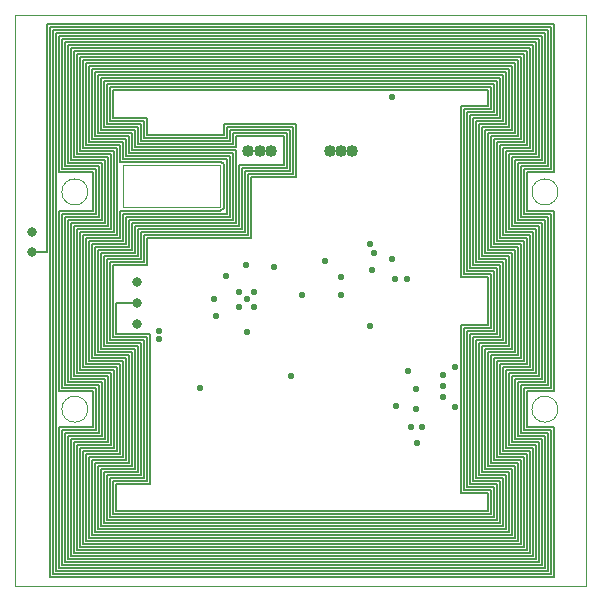
<source format=gbr>
%TF.GenerationSoftware,KiCad,Pcbnew,(5.1.4)-1*%
%TF.CreationDate,2019-10-25T20:37:58-07:00*%
%TF.ProjectId,SolarCellZ_v1,536f6c61-7243-4656-9c6c-5a5f76312e6b,rev?*%
%TF.SameCoordinates,Original*%
%TF.FileFunction,Copper,L3,Inr*%
%TF.FilePolarity,Positive*%
%FSLAX46Y46*%
G04 Gerber Fmt 4.6, Leading zero omitted, Abs format (unit mm)*
G04 Created by KiCad (PCBNEW (5.1.4)-1) date 2019-10-25 20:37:58*
%MOMM*%
%LPD*%
G04 APERTURE LIST*
%ADD10C,0.050000*%
%ADD11C,1.016000*%
%ADD12C,0.584200*%
%ADD13C,0.800000*%
%ADD14C,0.127000*%
G04 APERTURE END LIST*
D10*
X99200000Y-52750000D02*
X99200000Y-56250000D01*
X99200000Y-56250000D02*
X107400000Y-56250000D01*
X107400000Y-52750000D02*
X107400000Y-56250000D01*
X99200000Y-52750000D02*
X107400000Y-52750000D01*
X96200000Y-73400000D02*
G75*
G03X96200000Y-73400000I-1100000J0D01*
G01*
X136000000Y-73400000D02*
G75*
G03X136000000Y-73400000I-1100000J0D01*
G01*
X136000000Y-55000000D02*
G75*
G03X136000000Y-55000000I-1100000J0D01*
G01*
X96200000Y-55000000D02*
G75*
G03X96200000Y-55000000I-1100000J0D01*
G01*
X138400000Y-88400000D02*
X90000000Y-88400000D01*
X90000000Y-88400000D02*
X90000000Y-40000000D01*
X138400000Y-40000000D02*
X138400000Y-88400000D01*
X90000000Y-40000000D02*
X138400000Y-40000000D01*
D11*
X116700000Y-51500000D03*
X117650000Y-51500000D03*
X111700000Y-51500000D03*
X110750000Y-51500000D03*
X118600000Y-51500000D03*
X109800000Y-51500000D03*
D12*
X126301500Y-71437500D03*
X124015500Y-71691500D03*
X120268110Y-61604791D03*
X120078500Y-66357500D03*
X127254000Y-69786500D03*
X123317000Y-70167500D03*
X107032512Y-65473693D03*
X109654340Y-64046100D03*
X113411000Y-70548500D03*
X110253760Y-64708256D03*
X108983760Y-64708256D03*
X110261400Y-63439040D03*
X108983760Y-63463656D03*
X122237500Y-62357000D03*
X123253500Y-62357000D03*
X122301000Y-73088500D03*
X127254000Y-73215500D03*
X126301500Y-70485000D03*
X120111294Y-59382647D03*
X126238000Y-72390000D03*
X120396000Y-60198000D03*
X121920000Y-60706000D03*
X121920000Y-46990000D03*
X124015500Y-73406000D03*
X117602000Y-62166500D03*
X116268500Y-60833000D03*
X109644160Y-66892656D03*
X107886500Y-62103000D03*
X114299990Y-63690500D03*
X124045117Y-76257156D03*
X117602000Y-63690500D03*
X109601000Y-61214000D03*
X111950500Y-61380850D03*
X105664000Y-71628000D03*
X106874656Y-64098656D03*
X102235000Y-67437000D03*
X102235000Y-66802000D03*
D13*
X91440000Y-58420000D03*
X91440000Y-60071000D03*
X100330000Y-64389000D03*
X100330000Y-62611000D03*
X100330000Y-66167000D03*
D12*
X124523500Y-74866500D03*
X123571000Y-74866500D03*
D14*
X98552000Y-67056000D02*
X98552000Y-64389000D01*
X134112000Y-51816000D02*
X131826000Y-51816000D01*
X133604000Y-58674000D02*
X133604000Y-69850000D01*
X94488000Y-52578000D02*
X94488000Y-42545000D01*
X101219000Y-67310000D02*
X98298000Y-67310000D01*
X96520000Y-44577000D02*
X131826000Y-44577000D01*
X97282000Y-45339000D02*
X131064000Y-45339000D01*
X108712000Y-51181000D02*
X100203000Y-51181000D01*
X128778000Y-61214000D02*
X131064000Y-61214000D01*
X133350000Y-85344000D02*
X95250000Y-85344000D01*
X94996000Y-43053000D02*
X133350000Y-43053000D01*
X131318000Y-79248000D02*
X131318000Y-83312000D01*
X132334000Y-84328000D02*
X96266000Y-84328000D01*
X95250000Y-76454000D02*
X98171000Y-76454000D01*
X131064000Y-58928000D02*
X133350000Y-58928000D01*
X94996000Y-70612000D02*
X94996000Y-57912000D01*
X131318000Y-60960000D02*
X131318000Y-67564000D01*
X99949000Y-51435000D02*
X99949000Y-50038000D01*
X133350000Y-43053000D02*
X133350000Y-51054000D01*
X96647000Y-71882000D02*
X93726000Y-71882000D01*
X100203000Y-68326000D02*
X97282000Y-68326000D01*
X107688510Y-56369504D02*
X107688510Y-52630496D01*
X132334000Y-57658000D02*
X134620000Y-57658000D01*
X130302000Y-77978000D02*
X132588000Y-77978000D01*
X107509014Y-52451000D02*
X98933000Y-52451000D01*
X130810000Y-69342000D02*
X130810000Y-77470000D01*
X97282000Y-60198000D02*
X100203000Y-60198000D01*
X133096000Y-50800000D02*
X130810000Y-50800000D01*
X97282000Y-78486000D02*
X100203000Y-78486000D01*
X131318000Y-83312000D02*
X97282000Y-83312000D01*
X128778000Y-79502000D02*
X131064000Y-79502000D01*
X108966000Y-57912000D02*
X108966000Y-52705000D01*
X131064000Y-61214000D02*
X131064000Y-67310000D01*
X133096000Y-69342000D02*
X130810000Y-69342000D01*
X93980000Y-75184000D02*
X96901000Y-75184000D01*
X100203000Y-49784000D02*
X97282000Y-49784000D01*
X100203000Y-57912000D02*
X108966000Y-57912000D01*
X94996000Y-52070000D02*
X94996000Y-43053000D01*
X95504000Y-58420000D02*
X98425000Y-58420000D01*
X97028000Y-45085000D02*
X131318000Y-45085000D01*
X97282000Y-49784000D02*
X97282000Y-45339000D01*
X130302000Y-50292000D02*
X130302000Y-59690000D01*
X135636000Y-87630000D02*
X92964000Y-87630000D01*
X128778000Y-48768000D02*
X128778000Y-61214000D01*
X97536000Y-83058000D02*
X97536000Y-78740000D01*
X133096000Y-77470000D02*
X133096000Y-85090000D01*
X98425000Y-70104000D02*
X95504000Y-70104000D01*
X96647000Y-53340000D02*
X93726000Y-53340000D01*
X132842000Y-50546000D02*
X130556000Y-50546000D01*
X130556000Y-77724000D02*
X132842000Y-77724000D01*
X95250000Y-51816000D02*
X95250000Y-43307000D01*
X133096000Y-85090000D02*
X95504000Y-85090000D01*
X132588000Y-84582000D02*
X96012000Y-84582000D01*
X130302000Y-59690000D02*
X132588000Y-59690000D01*
X133096000Y-43307000D02*
X133096000Y-50800000D01*
X134620000Y-52324000D02*
X132334000Y-52324000D01*
X132588000Y-59690000D02*
X132588000Y-68834000D01*
X95250000Y-70358000D02*
X95250000Y-58166000D01*
X132334000Y-75946000D02*
X134620000Y-75946000D01*
X132588000Y-77978000D02*
X132588000Y-84582000D01*
X93726000Y-86868000D02*
X93726000Y-74930000D01*
X99695000Y-51689000D02*
X99695000Y-50292000D01*
X98425000Y-76708000D02*
X98425000Y-70104000D01*
X95250000Y-43307000D02*
X133096000Y-43307000D01*
X133350000Y-77216000D02*
X133350000Y-85344000D01*
X93472000Y-87122000D02*
X93472000Y-41529000D01*
X134874000Y-41529000D02*
X134874000Y-52578000D01*
X135382000Y-41021000D02*
X135382000Y-53086000D01*
X96520000Y-50546000D02*
X96520000Y-44577000D01*
X134874000Y-86868000D02*
X93726000Y-86868000D01*
X133350000Y-69596000D02*
X131064000Y-69596000D01*
X134874000Y-52578000D02*
X132588000Y-52578000D01*
X98933000Y-69596000D02*
X96012000Y-69596000D01*
X129032000Y-49022000D02*
X129032000Y-60960000D01*
X97028000Y-50038000D02*
X97028000Y-45085000D01*
X133604000Y-76962000D02*
X133604000Y-85598000D01*
X98679000Y-69850000D02*
X95758000Y-69850000D01*
X98933000Y-58928000D02*
X98933000Y-56642000D01*
X130302000Y-80264000D02*
X130302000Y-82296000D01*
X132588000Y-52578000D02*
X132588000Y-57404000D01*
X92964000Y-87630000D02*
X92964000Y-41021000D01*
X93980000Y-53086000D02*
X93980000Y-42037000D01*
X100965000Y-50419000D02*
X100965000Y-49022000D01*
X98425000Y-51562000D02*
X95504000Y-51562000D01*
X134620000Y-57658000D02*
X134620000Y-70866000D01*
X98044000Y-46101000D02*
X130302000Y-46101000D01*
X130810000Y-61468000D02*
X130810000Y-67056000D01*
X130048000Y-66294000D02*
X127762000Y-66294000D01*
X98044000Y-82550000D02*
X98044000Y-79248000D01*
X100203000Y-51181000D02*
X100203000Y-49784000D01*
X98679000Y-76962000D02*
X98679000Y-69850000D01*
X130302000Y-61976000D02*
X130302000Y-66548000D01*
X132588000Y-68834000D02*
X130302000Y-68834000D01*
X132080000Y-84074000D02*
X96520000Y-84074000D01*
X96012000Y-44069000D02*
X132334000Y-44069000D01*
X95504000Y-43561000D02*
X132842000Y-43561000D01*
X97536000Y-78740000D02*
X100457000Y-78740000D01*
X108712000Y-50292000D02*
X108712000Y-51181000D01*
X98044000Y-79248000D02*
X100965000Y-79248000D01*
X131826000Y-76454000D02*
X134112000Y-76454000D01*
X99695000Y-77978000D02*
X99695000Y-68834000D01*
X100711000Y-50673000D02*
X100711000Y-49276000D01*
X96266000Y-84328000D02*
X96266000Y-77470000D01*
X128524000Y-61468000D02*
X130810000Y-61468000D01*
X100457000Y-68072000D02*
X97536000Y-68072000D01*
X113284000Y-53213000D02*
X113284000Y-49784000D01*
X101473000Y-79756000D02*
X101473000Y-67056000D01*
X97790000Y-82804000D02*
X97790000Y-78994000D01*
X98552000Y-79756000D02*
X101473000Y-79756000D01*
X98044000Y-60960000D02*
X100965000Y-60960000D01*
X134366000Y-57912000D02*
X134366000Y-70612000D01*
X109220000Y-52959000D02*
X113030000Y-52959000D01*
X97536000Y-45593000D02*
X130810000Y-45593000D01*
X107950000Y-50419000D02*
X100965000Y-50419000D01*
X95758000Y-51308000D02*
X95758000Y-43815000D01*
X130302000Y-66548000D02*
X128016000Y-66548000D01*
X113030000Y-50038000D02*
X108458000Y-50038000D01*
X93726000Y-56642000D02*
X96647000Y-56642000D01*
X131826000Y-70358000D02*
X131826000Y-76454000D01*
X96012000Y-69596000D02*
X96012000Y-58928000D01*
X98679000Y-58674000D02*
X98679000Y-51308000D01*
X134112000Y-70358000D02*
X131826000Y-70358000D01*
X94742000Y-52324000D02*
X94742000Y-42799000D01*
X134366000Y-42037000D02*
X134366000Y-52070000D01*
X94234000Y-86360000D02*
X94234000Y-75438000D01*
X94234000Y-52832000D02*
X94234000Y-42291000D01*
X97409000Y-57404000D02*
X97409000Y-52578000D01*
X95758000Y-69850000D02*
X95758000Y-58674000D01*
X112776000Y-52705000D02*
X112776000Y-50292000D01*
X97663000Y-75946000D02*
X97663000Y-70866000D01*
X97917000Y-76200000D02*
X97917000Y-70612000D01*
X132334000Y-78232000D02*
X132334000Y-84328000D01*
X130302000Y-68834000D02*
X130302000Y-77978000D01*
X96012000Y-51054000D02*
X96012000Y-44069000D01*
X107688510Y-52630496D02*
X107509014Y-52451000D01*
X93726000Y-74930000D02*
X96647000Y-74930000D01*
X131318000Y-45085000D02*
X131318000Y-49022000D01*
X96266000Y-59182000D02*
X99187000Y-59182000D01*
X99949000Y-50038000D02*
X97028000Y-50038000D01*
X94234000Y-42291000D02*
X134112000Y-42291000D01*
X96520000Y-77724000D02*
X99441000Y-77724000D01*
X100711000Y-67818000D02*
X97790000Y-67818000D01*
X131572000Y-58420000D02*
X133858000Y-58420000D01*
X100711000Y-78994000D02*
X100711000Y-67818000D01*
X131826000Y-51816000D02*
X131826000Y-58166000D01*
X135382000Y-71628000D02*
X133096000Y-71628000D01*
X99949000Y-59944000D02*
X99949000Y-57658000D01*
X134620000Y-86614000D02*
X93980000Y-86614000D01*
X133858000Y-85852000D02*
X94742000Y-85852000D01*
X132080000Y-76200000D02*
X134366000Y-76200000D01*
X131064000Y-51054000D02*
X131064000Y-58928000D01*
X100203000Y-78486000D02*
X100203000Y-68326000D01*
X96774000Y-59690000D02*
X99695000Y-59690000D01*
X108458000Y-51689000D02*
X99695000Y-51689000D01*
X93726000Y-41783000D02*
X134620000Y-41783000D01*
X135636000Y-71882000D02*
X133350000Y-71882000D01*
X94488000Y-42545000D02*
X133858000Y-42545000D01*
X97409000Y-75692000D02*
X97409000Y-71120000D01*
X135128000Y-75438000D02*
X135128000Y-87122000D01*
X94742000Y-70866000D02*
X94742000Y-57658000D01*
X135636000Y-40767000D02*
X135636000Y-53340000D01*
X97917000Y-52070000D02*
X94996000Y-52070000D01*
X131318000Y-58674000D02*
X133604000Y-58674000D01*
X128524000Y-67056000D02*
X128524000Y-79756000D01*
X128524000Y-79756000D02*
X130810000Y-79756000D01*
X131572000Y-70104000D02*
X131572000Y-76708000D01*
X91440000Y-60071000D02*
X92710000Y-60071000D01*
X96774000Y-77978000D02*
X99695000Y-77978000D01*
X94234000Y-75438000D02*
X97155000Y-75438000D01*
X133350000Y-74930000D02*
X135636000Y-74930000D01*
X131318000Y-67564000D02*
X129032000Y-67564000D01*
X96012000Y-84582000D02*
X96012000Y-77216000D01*
X108458000Y-57404000D02*
X108458000Y-51689000D01*
X134112000Y-76454000D02*
X134112000Y-86106000D01*
X129286000Y-49276000D02*
X129286000Y-60706000D01*
X99187000Y-56896000D02*
X107950000Y-56896000D01*
X133350000Y-51054000D02*
X131064000Y-51054000D01*
X131318000Y-49022000D02*
X129032000Y-49022000D01*
X96901000Y-75184000D02*
X96901000Y-71628000D01*
X95250000Y-58166000D02*
X98171000Y-58166000D01*
X94742000Y-57658000D02*
X97663000Y-57658000D01*
X135382000Y-75184000D02*
X135382000Y-87376000D01*
X128778000Y-67310000D02*
X128778000Y-79502000D01*
X132588000Y-43815000D02*
X132588000Y-50292000D01*
X94996000Y-57912000D02*
X97917000Y-57912000D01*
X97028000Y-83566000D02*
X97028000Y-78232000D01*
X132334000Y-68580000D02*
X130048000Y-68580000D01*
X97663000Y-70866000D02*
X94742000Y-70866000D01*
X129032000Y-60960000D02*
X131318000Y-60960000D01*
X100457000Y-50927000D02*
X100457000Y-49530000D01*
X132334000Y-52324000D02*
X132334000Y-57658000D01*
X99441000Y-69088000D02*
X96520000Y-69088000D01*
X99187000Y-77470000D02*
X99187000Y-69342000D01*
X131064000Y-69596000D02*
X131064000Y-77216000D01*
X127762000Y-47752000D02*
X127762000Y-62230000D01*
X132842000Y-57150000D02*
X135128000Y-57150000D01*
X93218000Y-41275000D02*
X135128000Y-41275000D01*
X109728000Y-58674000D02*
X109728000Y-53467000D01*
X113792000Y-53721000D02*
X113792000Y-49276000D01*
X94488000Y-57404000D02*
X97409000Y-57404000D01*
X92710000Y-60071000D02*
X92710000Y-40767000D01*
X132842000Y-84836000D02*
X95758000Y-84836000D01*
X96520000Y-84074000D02*
X96520000Y-77724000D01*
X134620000Y-75946000D02*
X134620000Y-86614000D01*
X109982000Y-58928000D02*
X109982000Y-53721000D01*
X100711000Y-49276000D02*
X97790000Y-49276000D01*
X108712000Y-57658000D02*
X108712000Y-51435000D01*
X132080000Y-52070000D02*
X132080000Y-57912000D01*
X97282000Y-68326000D02*
X97282000Y-60198000D01*
X128016000Y-61976000D02*
X130302000Y-61976000D01*
X133604000Y-42799000D02*
X133604000Y-51308000D01*
X97917000Y-70612000D02*
X94996000Y-70612000D01*
X128270000Y-80010000D02*
X130556000Y-80010000D01*
X130048000Y-82042000D02*
X98552000Y-82042000D01*
X134366000Y-52070000D02*
X132080000Y-52070000D01*
X96774000Y-83820000D02*
X96774000Y-77978000D01*
X135128000Y-71374000D02*
X132842000Y-71374000D01*
X133096000Y-71628000D02*
X133096000Y-75184000D01*
X132334000Y-70866000D02*
X132334000Y-75946000D01*
X133858000Y-76708000D02*
X133858000Y-85852000D01*
X93726000Y-53340000D02*
X93726000Y-41783000D01*
X100457000Y-49530000D02*
X97536000Y-49530000D01*
X132842000Y-71374000D02*
X132842000Y-75438000D01*
X112776000Y-50292000D02*
X108712000Y-50292000D01*
X133604000Y-51308000D02*
X131318000Y-51308000D01*
X133858000Y-70104000D02*
X131572000Y-70104000D01*
X98171000Y-70358000D02*
X95250000Y-70358000D01*
X99187000Y-59182000D02*
X99187000Y-56896000D01*
X135636000Y-74930000D02*
X135636000Y-87630000D01*
X113284000Y-49784000D02*
X108204000Y-49784000D01*
X93472000Y-41529000D02*
X134874000Y-41529000D01*
X101219000Y-79502000D02*
X101219000Y-67310000D01*
X135128000Y-57150000D02*
X135128000Y-71374000D01*
X97663000Y-57658000D02*
X97663000Y-52324000D01*
X134874000Y-75692000D02*
X134874000Y-86868000D01*
X99441000Y-51943000D02*
X99441000Y-50546000D01*
X97028000Y-59944000D02*
X99949000Y-59944000D01*
X94996000Y-85598000D02*
X94996000Y-76200000D01*
X93726000Y-71882000D02*
X93726000Y-56642000D01*
X108712000Y-51435000D02*
X99949000Y-51435000D01*
X97536000Y-60452000D02*
X100457000Y-60452000D01*
X135382000Y-87376000D02*
X93218000Y-87376000D01*
X134620000Y-41783000D02*
X134620000Y-52324000D01*
X128270000Y-48260000D02*
X128270000Y-61722000D01*
X94234000Y-57150000D02*
X97155000Y-57150000D01*
X107950000Y-56896000D02*
X107950000Y-52197000D01*
X97155000Y-75438000D02*
X97155000Y-71374000D01*
X98171000Y-51816000D02*
X95250000Y-51816000D01*
X96901000Y-71628000D02*
X93980000Y-71628000D01*
X135636000Y-56642000D02*
X135636000Y-71882000D01*
X107416014Y-56642000D02*
X107688510Y-56369504D01*
X133858000Y-51562000D02*
X131572000Y-51562000D01*
X97028000Y-78232000D02*
X99949000Y-78232000D01*
X98298000Y-67310000D02*
X98298000Y-61214000D01*
X98044000Y-67564000D02*
X98044000Y-60960000D01*
X92710000Y-40767000D02*
X135636000Y-40767000D01*
X96901000Y-56896000D02*
X96901000Y-53086000D01*
X107950000Y-52197000D02*
X99187000Y-52197000D01*
X97155000Y-57150000D02*
X97155000Y-52832000D01*
X96901000Y-53086000D02*
X93980000Y-53086000D01*
X98298000Y-61214000D02*
X101219000Y-61214000D01*
X96774000Y-50292000D02*
X96774000Y-44831000D01*
X109982000Y-53721000D02*
X113792000Y-53721000D01*
X100965000Y-67564000D02*
X98044000Y-67564000D01*
X131572000Y-76708000D02*
X133858000Y-76708000D01*
X109474000Y-58420000D02*
X109474000Y-53213000D01*
X130302000Y-48006000D02*
X128016000Y-48006000D01*
X134112000Y-58166000D02*
X134112000Y-70358000D01*
X130810000Y-77470000D02*
X133096000Y-77470000D01*
X94488000Y-86106000D02*
X94488000Y-75692000D01*
X132588000Y-75692000D02*
X134874000Y-75692000D01*
X97790000Y-78994000D02*
X100711000Y-78994000D01*
X92964000Y-41021000D02*
X135382000Y-41021000D01*
X107696000Y-50165000D02*
X101219000Y-50165000D01*
X130048000Y-50038000D02*
X130048000Y-59944000D01*
X130556000Y-50546000D02*
X130556000Y-59436000D01*
X133096000Y-53086000D02*
X133096000Y-56896000D01*
X99949000Y-57658000D02*
X108712000Y-57658000D01*
X130556000Y-82550000D02*
X98044000Y-82550000D01*
X109220000Y-58166000D02*
X109220000Y-52959000D01*
X94996000Y-76200000D02*
X97917000Y-76200000D01*
X127762000Y-62230000D02*
X130048000Y-62230000D01*
X134112000Y-86106000D02*
X94488000Y-86106000D01*
X97663000Y-52324000D02*
X94742000Y-52324000D01*
X131826000Y-44577000D02*
X131826000Y-49530000D01*
X95504000Y-51562000D02*
X95504000Y-43561000D01*
X99695000Y-50292000D02*
X96774000Y-50292000D01*
X129032000Y-79248000D02*
X131318000Y-79248000D01*
X130302000Y-82296000D02*
X98298000Y-82296000D01*
X97155000Y-52832000D02*
X94234000Y-52832000D01*
X133350000Y-71882000D02*
X133350000Y-74930000D01*
X130556000Y-48260000D02*
X128270000Y-48260000D01*
X131826000Y-60452000D02*
X131826000Y-68072000D01*
X131064000Y-77216000D02*
X133350000Y-77216000D01*
X129540000Y-60452000D02*
X131826000Y-60452000D01*
X100203000Y-60198000D02*
X100203000Y-57912000D01*
X134620000Y-70866000D02*
X132334000Y-70866000D01*
X93980000Y-86614000D02*
X93980000Y-75184000D01*
X101219000Y-50165000D02*
X101219000Y-48768000D01*
X131318000Y-51308000D02*
X131318000Y-58674000D01*
X132842000Y-75438000D02*
X135128000Y-75438000D01*
X99441000Y-57150000D02*
X108204000Y-57150000D01*
X134366000Y-76200000D02*
X134366000Y-86360000D01*
X97917000Y-57912000D02*
X97917000Y-52070000D01*
X98298000Y-82296000D02*
X98298000Y-79502000D01*
X96647000Y-74930000D02*
X96647000Y-71882000D01*
X130556000Y-80010000D02*
X130556000Y-82550000D01*
X133350000Y-53340000D02*
X133350000Y-56642000D01*
X129540000Y-68072000D02*
X129540000Y-78740000D01*
X131572000Y-51562000D02*
X131572000Y-58420000D01*
X94742000Y-85852000D02*
X94742000Y-75946000D01*
X99441000Y-77724000D02*
X99441000Y-69088000D01*
X132334000Y-50038000D02*
X130048000Y-50038000D01*
X97155000Y-71374000D02*
X94234000Y-71374000D01*
X132334000Y-44069000D02*
X132334000Y-50038000D01*
X94488000Y-75692000D02*
X97409000Y-75692000D01*
X134112000Y-42291000D02*
X134112000Y-51816000D01*
X131064000Y-45339000D02*
X131064000Y-48768000D01*
X98552000Y-64389000D02*
X100330000Y-64389000D01*
X130048000Y-59944000D02*
X132334000Y-59944000D01*
X134874000Y-71120000D02*
X132588000Y-71120000D01*
X129540000Y-78740000D02*
X131826000Y-78740000D01*
X96266000Y-44323000D02*
X132080000Y-44323000D01*
X94234000Y-71374000D02*
X94234000Y-57150000D01*
X97282000Y-83312000D02*
X97282000Y-78486000D01*
X129540000Y-49530000D02*
X129540000Y-60452000D01*
X133858000Y-58420000D02*
X133858000Y-70104000D01*
X134366000Y-86360000D02*
X94234000Y-86360000D01*
X108966000Y-52705000D02*
X112776000Y-52705000D01*
X95250000Y-85344000D02*
X95250000Y-76454000D01*
X130556000Y-69088000D02*
X130556000Y-77724000D01*
X132588000Y-57404000D02*
X134874000Y-57404000D01*
X109474000Y-53213000D02*
X113284000Y-53213000D01*
X132080000Y-78486000D02*
X132080000Y-84074000D01*
X97409000Y-52578000D02*
X94488000Y-52578000D01*
X134366000Y-70612000D02*
X132080000Y-70612000D01*
X98171000Y-76454000D02*
X98171000Y-70358000D01*
X98933000Y-52451000D02*
X98933000Y-51054000D01*
X93218000Y-87376000D02*
X93218000Y-41275000D01*
X96520000Y-69088000D02*
X96520000Y-59436000D01*
X132842000Y-69088000D02*
X130556000Y-69088000D01*
X131826000Y-58166000D02*
X134112000Y-58166000D01*
X131064000Y-67310000D02*
X128778000Y-67310000D01*
X132080000Y-49784000D02*
X129794000Y-49784000D01*
X131064000Y-83058000D02*
X97536000Y-83058000D01*
X135128000Y-52832000D02*
X132842000Y-52832000D01*
X134874000Y-57404000D02*
X134874000Y-71120000D01*
X113030000Y-52959000D02*
X113030000Y-50038000D01*
X133096000Y-75184000D02*
X135382000Y-75184000D01*
X130048000Y-80518000D02*
X130048000Y-82042000D01*
X98044000Y-49022000D02*
X98044000Y-46101000D01*
X93980000Y-42037000D02*
X134366000Y-42037000D01*
X99949000Y-78232000D02*
X99949000Y-68580000D01*
X99949000Y-68580000D02*
X97028000Y-68580000D01*
X98933000Y-56642000D02*
X107416014Y-56642000D01*
X135382000Y-53086000D02*
X133096000Y-53086000D01*
X96012000Y-77216000D02*
X98933000Y-77216000D01*
X135128000Y-41275000D02*
X135128000Y-52832000D01*
X94742000Y-75946000D02*
X97663000Y-75946000D01*
X133350000Y-58928000D02*
X133350000Y-69596000D01*
X94488000Y-71120000D02*
X94488000Y-57404000D01*
X100457000Y-60452000D02*
X100457000Y-58166000D01*
X132842000Y-52832000D02*
X132842000Y-57150000D01*
X132080000Y-60198000D02*
X132080000Y-68326000D01*
X135636000Y-53340000D02*
X133350000Y-53340000D01*
X133858000Y-42545000D02*
X133858000Y-51562000D01*
X132080000Y-70612000D02*
X132080000Y-76200000D01*
X97790000Y-49276000D02*
X97790000Y-45847000D01*
X93980000Y-71628000D02*
X93980000Y-56896000D01*
X130810000Y-59182000D02*
X133096000Y-59182000D01*
X96266000Y-77470000D02*
X99187000Y-77470000D01*
X130556000Y-61722000D02*
X130556000Y-66802000D01*
X130810000Y-45593000D02*
X130810000Y-48514000D01*
X94742000Y-42799000D02*
X133604000Y-42799000D01*
X129794000Y-78486000D02*
X132080000Y-78486000D01*
X130048000Y-62230000D02*
X130048000Y-66294000D01*
X131572000Y-83566000D02*
X97028000Y-83566000D01*
X99187000Y-69342000D02*
X96266000Y-69342000D01*
X129286000Y-60706000D02*
X131572000Y-60706000D01*
X96774000Y-44831000D02*
X131572000Y-44831000D01*
X95504000Y-76708000D02*
X98425000Y-76708000D01*
X100711000Y-60706000D02*
X100711000Y-58420000D01*
X95758000Y-43815000D02*
X132588000Y-43815000D01*
X132080000Y-57912000D02*
X134366000Y-57912000D01*
X113792000Y-49276000D02*
X107696000Y-49276000D01*
X132588000Y-50292000D02*
X130302000Y-50292000D01*
X96266000Y-50800000D02*
X96266000Y-44323000D01*
X98679000Y-51308000D02*
X95758000Y-51308000D01*
X129794000Y-49784000D02*
X129794000Y-60198000D01*
X96520000Y-59436000D02*
X99441000Y-59436000D01*
X97790000Y-67818000D02*
X97790000Y-60706000D01*
X99695000Y-57404000D02*
X108458000Y-57404000D01*
X113538000Y-53467000D02*
X113538000Y-49530000D01*
X130048000Y-47752000D02*
X127762000Y-47752000D01*
X131572000Y-67818000D02*
X129286000Y-67818000D01*
X127762000Y-66294000D02*
X127762000Y-80518000D01*
X129794000Y-68326000D02*
X129794000Y-78486000D01*
X131826000Y-83820000D02*
X96774000Y-83820000D01*
X131572000Y-44831000D02*
X131572000Y-49276000D01*
X107696000Y-49276000D02*
X107696000Y-50165000D01*
X129286000Y-78994000D02*
X131572000Y-78994000D01*
X98933000Y-51054000D02*
X96012000Y-51054000D01*
X98552000Y-82042000D02*
X98552000Y-79756000D01*
X96012000Y-58928000D02*
X98933000Y-58928000D01*
X101473000Y-67056000D02*
X98552000Y-67056000D01*
X127762000Y-80518000D02*
X130048000Y-80518000D01*
X131572000Y-78994000D02*
X131572000Y-83566000D01*
X129794000Y-60198000D02*
X132080000Y-60198000D01*
X132842000Y-43561000D02*
X132842000Y-50546000D01*
X95758000Y-58674000D02*
X98679000Y-58674000D01*
X99695000Y-59690000D02*
X99695000Y-57404000D01*
X129286000Y-67818000D02*
X129286000Y-78994000D01*
X131064000Y-79502000D02*
X131064000Y-83058000D01*
X99187000Y-50800000D02*
X96266000Y-50800000D01*
X130048000Y-46355000D02*
X130048000Y-47752000D01*
X133604000Y-69850000D02*
X131318000Y-69850000D01*
X131318000Y-69850000D02*
X131318000Y-76962000D01*
X132080000Y-68326000D02*
X129794000Y-68326000D01*
X130810000Y-67056000D02*
X128524000Y-67056000D01*
X132080000Y-44323000D02*
X132080000Y-49784000D01*
X95758000Y-84836000D02*
X95758000Y-76962000D01*
X133096000Y-59182000D02*
X133096000Y-69342000D01*
X128016000Y-48006000D02*
X128016000Y-61976000D01*
X95504000Y-70104000D02*
X95504000Y-58420000D01*
X128524000Y-48514000D02*
X128524000Y-61468000D01*
X131572000Y-60706000D02*
X131572000Y-67818000D01*
X132588000Y-71120000D02*
X132588000Y-75692000D01*
X108204000Y-51943000D02*
X99441000Y-51943000D01*
X130810000Y-79756000D02*
X130810000Y-82804000D01*
X131318000Y-76962000D02*
X133604000Y-76962000D01*
X97028000Y-68580000D02*
X97028000Y-59944000D01*
X97536000Y-49530000D02*
X97536000Y-45593000D01*
X135128000Y-87122000D02*
X93472000Y-87122000D01*
X108204000Y-49784000D02*
X108204000Y-50673000D01*
X96774000Y-68834000D02*
X96774000Y-59690000D01*
X109728000Y-53467000D02*
X113538000Y-53467000D01*
X108458000Y-50038000D02*
X108458000Y-50927000D01*
X98425000Y-58420000D02*
X98425000Y-51562000D01*
X99441000Y-50546000D02*
X96520000Y-50546000D01*
X130556000Y-59436000D02*
X132842000Y-59436000D01*
X130810000Y-50800000D02*
X130810000Y-59182000D01*
X128270000Y-61722000D02*
X130556000Y-61722000D01*
X100711000Y-58420000D02*
X109474000Y-58420000D01*
X99441000Y-59436000D02*
X99441000Y-57150000D01*
X128016000Y-80264000D02*
X130302000Y-80264000D01*
X132842000Y-77724000D02*
X132842000Y-84836000D01*
X130556000Y-66802000D02*
X128270000Y-66802000D01*
X98298000Y-46355000D02*
X130048000Y-46355000D01*
X100965000Y-49022000D02*
X98044000Y-49022000D01*
X129032000Y-67564000D02*
X129032000Y-79248000D01*
X131826000Y-68072000D02*
X129540000Y-68072000D01*
X98298000Y-79502000D02*
X101219000Y-79502000D01*
X133604000Y-85598000D02*
X94996000Y-85598000D01*
X96266000Y-69342000D02*
X96266000Y-59182000D01*
X132334000Y-59944000D02*
X132334000Y-68580000D01*
X130302000Y-46101000D02*
X130302000Y-48006000D01*
X101219000Y-61214000D02*
X101219000Y-58928000D01*
X101219000Y-48768000D02*
X98298000Y-48768000D01*
X99187000Y-52197000D02*
X99187000Y-50800000D01*
X113538000Y-49530000D02*
X107950000Y-49530000D01*
X133096000Y-56896000D02*
X135382000Y-56896000D01*
X131064000Y-48768000D02*
X128778000Y-48768000D01*
X108204000Y-50673000D02*
X100711000Y-50673000D01*
X135382000Y-56896000D02*
X135382000Y-71628000D01*
X100965000Y-58674000D02*
X109728000Y-58674000D01*
X96647000Y-56642000D02*
X96647000Y-53340000D01*
X95504000Y-85090000D02*
X95504000Y-76708000D01*
X99695000Y-68834000D02*
X96774000Y-68834000D01*
X131826000Y-78740000D02*
X131826000Y-83820000D01*
X100965000Y-60960000D02*
X100965000Y-58674000D01*
X131572000Y-49276000D02*
X129286000Y-49276000D01*
X133350000Y-56642000D02*
X135636000Y-56642000D01*
X97790000Y-45847000D02*
X130556000Y-45847000D01*
X128016000Y-66548000D02*
X128016000Y-80264000D01*
X95758000Y-76962000D02*
X98679000Y-76962000D01*
X130556000Y-45847000D02*
X130556000Y-48260000D01*
X130048000Y-68580000D02*
X130048000Y-78232000D01*
X130810000Y-82804000D02*
X97790000Y-82804000D01*
X132842000Y-59436000D02*
X132842000Y-69088000D01*
X97536000Y-68072000D02*
X97536000Y-60452000D01*
X131826000Y-49530000D02*
X129540000Y-49530000D01*
X97790000Y-60706000D02*
X100711000Y-60706000D01*
X100965000Y-79248000D02*
X100965000Y-67564000D01*
X98933000Y-77216000D02*
X98933000Y-69596000D01*
X101219000Y-58928000D02*
X109982000Y-58928000D01*
X98298000Y-48768000D02*
X98298000Y-46355000D01*
X130048000Y-78232000D02*
X132334000Y-78232000D01*
X97409000Y-71120000D02*
X94488000Y-71120000D01*
X108204000Y-57150000D02*
X108204000Y-51943000D01*
X108458000Y-50927000D02*
X100457000Y-50927000D01*
X98171000Y-58166000D02*
X98171000Y-51816000D01*
X130810000Y-48514000D02*
X128524000Y-48514000D01*
X128270000Y-66802000D02*
X128270000Y-80010000D01*
X93980000Y-56896000D02*
X96901000Y-56896000D01*
X107950000Y-49530000D02*
X107950000Y-50419000D01*
X100457000Y-78740000D02*
X100457000Y-68072000D01*
X100457000Y-58166000D02*
X109220000Y-58166000D01*
M02*

</source>
